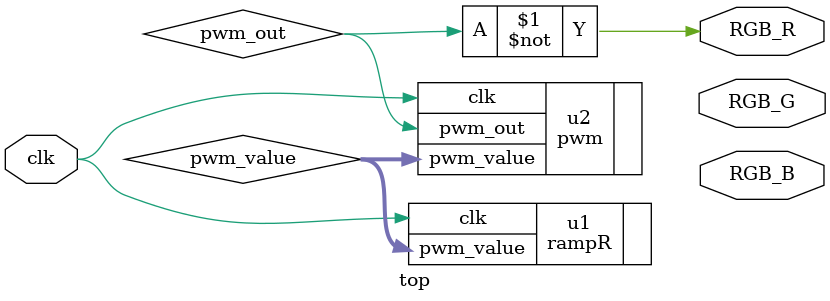
<source format=sv>
`include "pwm.sv"
`include "ramp.sv"


module top(
    input logic clk,
    output logic    RGB_G,
    output logic    RGB_R,
    output logic    RGB_B
);
    logic pwm_out;
    integer pwm_value;

    // red led
    rampR u1 (
        .clk (clk),
        .pwm_value (pwm_value)
    );


    pwm u2 (
        .clk (clk),
        .pwm_value (pwm_value),
        .pwm_out (pwm_out)
    );

    assign RGB_R = ~pwm_out;




endmodule
</source>
